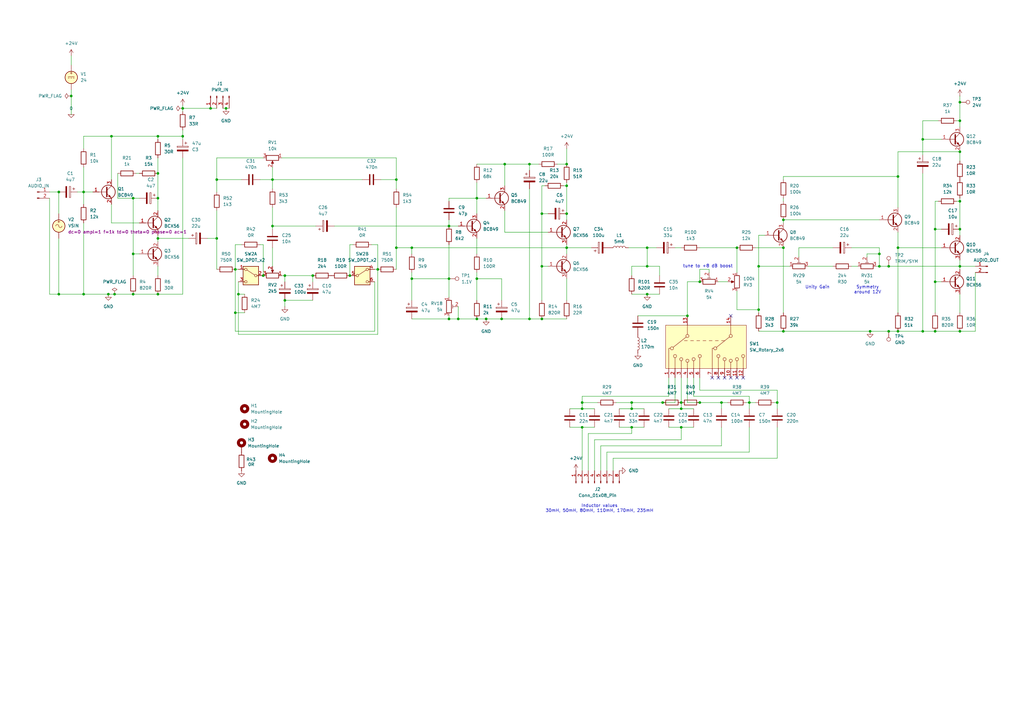
<source format=kicad_sch>
(kicad_sch (version 20250114) (generator "eeschema") (generator_version "9.0")
  (paper "A3")
  (title_block (title "Siemens W295b") (date "2025-08-17") (rev "01") (company "Greybox Audio"))
  (text "Symmetry\naround 12V" (exclude_from_sim yes) (at 355.854 118.872 0) (effects (font (size 1.27 1.27))))
  (text "Inductor values\n30mH, 50mH, 80mH, 110mH, 170mH, 235mH\n" (at 245.872 208.534 0) (effects (font (size 1.27 1.27))))
  (text "Unity Gain" (exclude_from_sim yes) (at 335.28 117.856 0) (effects (font (size 1.27 1.27))))
  (text "tune to +8 dB boost" (exclude_from_sim yes) (at 290.322 109.22 0) (effects (font (size 1.27 1.27))))
  (junction (at 74.93 44.45))
  (junction (at 238.76 167.64))
  (junction (at 393.7 109.22))
  (junction (at 368.3 101.6))
  (junction (at 45.72 55.88))
  (junction (at 279.4 165.1))
  (junction (at 222.25 109.22))
  (junction (at 34.29 78.74))
  (junction (at 74.93 55.88))
  (junction (at 154.94 110.49))
  (junction (at 24.13 120.65))
  (junction (at 64.77 97.79))
  (junction (at 321.31 101.6))
  (junction (at 162.56 101.6))
  (junction (at 64.77 120.65))
  (junction (at 207.01 67.31))
  (junction (at 259.08 165.1))
  (junction (at 222.25 87.63))
  (junction (at 205.74 130.81))
  (junction (at 96.52 110.49))
  (junction (at 116.84 123.19))
  (junction (at 54.61 81.28))
  (junction (at 111.76 92.71))
  (junction (at 184.15 130.81))
  (junction (at 393.7 135.89))
  (junction (at 356.87 135.89))
  (junction (at 184.15 114.3))
  (junction (at 195.58 130.81))
  (junction (at 199.39 130.81))
  (junction (at 232.41 101.6))
  (junction (at 184.15 92.71))
  (junction (at 143.51 113.03))
  (junction (at 393.7 62.23))
  (junction (at 393.7 41.91))
  (junction (at 64.77 81.28))
  (junction (at 217.17 130.81))
  (junction (at 287.02 165.1))
  (junction (at 259.08 167.64))
  (junction (at 232.41 87.63))
  (junction (at 364.49 109.22))
  (junction (at 128.27 113.03))
  (junction (at 24.13 78.74))
  (junction (at 195.58 114.3))
  (junction (at 222.25 130.81))
  (junction (at 34.29 120.65))
  (junction (at 265.43 101.6))
  (junction (at 88.9 97.79))
  (junction (at 162.56 73.66))
  (junction (at 321.31 135.89))
  (junction (at 107.95 113.03))
  (junction (at 195.58 81.28))
  (junction (at 311.15 127))
  (junction (at 64.77 71.12))
  (junction (at 393.7 49.53))
  (junction (at 168.91 114.3))
  (junction (at 217.17 67.31))
  (junction (at 116.84 113.03))
  (junction (at 44.45 120.65))
  (junction (at 238.76 175.26))
  (junction (at 54.61 104.14))
  (junction (at 302.26 101.6))
  (junction (at 360.68 109.22))
  (junction (at 54.61 120.65))
  (junction (at 383.54 93.98))
  (junction (at 279.4 175.26))
  (junction (at 378.46 135.89))
  (junction (at 29.21 39.37))
  (junction (at 368.3 72.39))
  (junction (at 259.08 175.26))
  (junction (at 368.3 135.89))
  (junction (at 97.79 120.65))
  (junction (at 265.43 120.65))
  (junction (at 96.52 128.27))
  (junction (at 265.43 109.22))
  (junction (at 88.9 73.66))
  (junction (at 393.7 93.98))
  (junction (at 295.91 165.1))
  (junction (at 92.71 44.45))
  (junction (at 383.54 115.57))
  (junction (at 393.7 82.55))
  (junction (at 287.02 115.57))
  (junction (at 232.41 67.31))
  (junction (at 281.94 129.54))
  (junction (at 383.54 135.89))
  (junction (at 360.68 104.14))
  (junction (at 232.41 76.2))
  (junction (at 307.34 165.1))
  (junction (at 364.49 135.89))
  (junction (at 318.77 165.1))
  (junction (at 168.91 101.6))
  (junction (at 321.31 90.17))
  (junction (at 64.77 55.88))
  (junction (at 238.76 165.1))
  (junction (at 378.46 57.15))
  (junction (at 111.76 73.66))
  (junction (at 311.15 109.22))
  (junction (at 86.36 44.45))
  (junction (at 46.99 120.65))
  (junction (at 187.96 130.81))
  (junction (at 279.4 167.64))
  (junction (at 271.78 165.1))
  (no_connect (at 299.72 154.94))
  (no_connect (at 304.8 154.94))
  (no_connect (at 302.26 154.94))
  (no_connect (at 294.64 154.94))
  (no_connect (at 292.1 154.94))
  (no_connect (at 299.72 129.54))
  (no_connect (at 297.18 154.94))
  (wire (pts (xy 168.91 101.6) (xy 232.41 101.6)))
  (wire (pts (xy 111.76 92.71) (xy 111.76 93.98)))
  (wire (pts (xy 378.46 71.12) (xy 378.46 135.89)))
  (wire (pts (xy 311.15 109.22) (xy 311.15 127)))
  (wire (pts (xy 400.05 111.76) (xy 400.05 135.89)))
  (wire (pts (xy 143.51 100.33) (xy 143.51 113.03)))
  (wire (pts (xy 207.01 95.25) (xy 207.01 86.36)))
  (wire (pts (xy 309.88 101.6) (xy 321.31 101.6)))
  (wire (pts (xy 48.26 71.12) (xy 48.26 81.28)))
  (wire (pts (xy 34.29 78.74) (xy 38.1 78.74)))
  (wire (pts (xy 290.83 111.76) (xy 290.83 110.49)))
  (wire (pts (xy 205.74 114.3) (xy 195.58 114.3)))
  (wire (pts (xy 228.6 67.31) (xy 232.41 67.31)))
  (wire (pts (xy 233.68 167.64) (xy 238.76 167.64)))
  (wire (pts (xy 281.94 115.57) (xy 281.94 129.54)))
  (wire (pts (xy 184.15 92.71) (xy 187.96 92.71)))
  (wire (pts (xy 393.7 49.53) (xy 392.43 49.53)))
  (wire (pts (xy 97.79 110.49) (xy 96.52 110.49)))
  (wire (pts (xy 302.26 101.6) (xy 302.26 111.76)))
  (wire (pts (xy 137.16 92.71) (xy 184.15 92.71)))
  (wire (pts (xy 187.96 125.73) (xy 187.96 130.81)))
  (wire (pts (xy 64.77 109.22) (xy 64.77 113.03)))
  (wire (pts (xy 85.09 97.79) (xy 88.9 97.79)))
  (wire (pts (xy 222.25 76.2) (xy 222.25 87.63)))
  (wire (pts (xy 29.21 36.83) (xy 29.21 39.37)))
  (wire (pts (xy 368.3 135.89) (xy 378.46 135.89)))
  (wire (pts (xy 386.08 115.57) (xy 383.54 115.57)))
  (wire (pts (xy 57.15 71.12) (xy 55.88 71.12)))
  (wire (pts (xy 187.96 130.81) (xy 195.58 130.81)))
  (wire (pts (xy 195.58 97.79) (xy 195.58 104.14)))
  (wire (pts (xy 64.77 71.12) (xy 64.77 81.28)))
  (wire (pts (xy 307.34 162.56) (xy 307.34 165.1)))
  (wire (pts (xy 368.3 62.23) (xy 368.3 72.39)))
  (wire (pts (xy 96.52 128.27) (xy 96.52 110.49)))
  (wire (pts (xy 116.84 123.19) (xy 128.27 123.19)))
  (wire (pts (xy 287.02 165.1) (xy 295.91 165.1)))
  (wire (pts (xy 152.4 100.33) (xy 154.94 100.33)))
  (wire (pts (xy 393.7 106.68) (xy 393.7 109.22)))
  (wire (pts (xy 306.07 165.1) (xy 307.34 165.1)))
  (wire (pts (xy 24.13 97.79) (xy 24.13 120.65)))
  (wire (pts (xy 107.95 100.33) (xy 107.95 113.03)))
  (wire (pts (xy 284.48 154.94) (xy 284.48 162.56)))
  (wire (pts (xy 393.7 93.98) (xy 393.7 96.52)))
  (wire (pts (xy 331.47 109.22) (xy 341.63 109.22)))
  (wire (pts (xy 34.29 78.74) (xy 34.29 83.82)))
  (wire (pts (xy 24.13 120.65) (xy 34.29 120.65)))
  (wire (pts (xy 97.79 137.16) (xy 154.94 137.16)))
  (wire (pts (xy 111.76 101.6) (xy 111.76 109.22)))
  (wire (pts (xy 274.32 154.94) (xy 274.32 162.56)))
  (wire (pts (xy 184.15 129.54) (xy 184.15 130.81)))
  (wire (pts (xy 86.36 44.45) (xy 88.9 44.45)))
  (wire (pts (xy 355.6 104.14) (xy 360.68 104.14)))
  (wire (pts (xy 207.01 76.2) (xy 207.01 67.31)))
  (wire (pts (xy 88.9 110.49) (xy 88.9 97.79)))
  (wire (pts (xy 205.74 123.19) (xy 205.74 114.3)))
  (wire (pts (xy 195.58 74.93) (xy 195.58 81.28)))
  (wire (pts (xy 34.29 91.44) (xy 34.29 120.65)))
  (wire (pts (xy 223.52 76.2) (xy 222.25 76.2)))
  (wire (pts (xy 54.61 81.28) (xy 54.61 104.14)))
  (wire (pts (xy 162.56 64.77) (xy 162.56 73.66)))
  (wire (pts (xy 287.02 101.6) (xy 302.26 101.6)))
  (wire (pts (xy 378.46 135.89) (xy 383.54 135.89)))
  (wire (pts (xy 284.48 162.56) (xy 307.34 162.56)))
  (wire (pts (xy 364.49 135.89) (xy 368.3 135.89)))
  (wire (pts (xy 327.66 101.6) (xy 327.66 105.41)))
  (wire (pts (xy 74.93 53.34) (xy 74.93 55.88)))
  (wire (pts (xy 64.77 57.15) (xy 64.77 55.88)))
  (wire (pts (xy 45.72 73.66) (xy 45.72 55.88)))
  (wire (pts (xy 106.68 73.66) (xy 111.76 73.66)))
  (wire (pts (xy 128.27 113.03) (xy 128.27 115.57)))
  (wire (pts (xy 184.15 90.17) (xy 184.15 92.71)))
  (wire (pts (xy 360.68 109.22) (xy 359.41 109.22)))
  (wire (pts (xy 222.25 87.63) (xy 224.79 87.63)))
  (wire (pts (xy 360.68 101.6) (xy 360.68 104.14)))
  (wire (pts (xy 57.15 91.44) (xy 45.72 91.44)))
  (wire (pts (xy 168.91 114.3) (xy 184.15 114.3)))
  (wire (pts (xy 153.67 135.89) (xy 96.52 135.89)))
  (wire (pts (xy 184.15 100.33) (xy 184.15 114.3)))
  (wire (pts (xy 231.14 76.2) (xy 232.41 76.2)))
  (wire (pts (xy 274.32 175.26) (xy 279.4 175.26)))
  (wire (pts (xy 238.76 167.64) (xy 243.84 167.64)))
  (wire (pts (xy 232.41 87.63) (xy 232.41 90.17)))
  (wire (pts (xy 276.86 101.6) (xy 279.4 101.6)))
  (wire (pts (xy 115.57 64.77) (xy 162.56 64.77)))
  (wire (pts (xy 64.77 96.52) (xy 64.77 97.79)))
  (wire (pts (xy 290.83 110.49) (xy 287.02 110.49)))
  (wire (pts (xy 232.41 100.33) (xy 232.41 101.6)))
  (wire (pts (xy 368.3 62.23) (xy 393.7 62.23)))
  (wire (pts (xy 222.25 109.22) (xy 222.25 123.19)))
  (wire (pts (xy 232.41 114.3) (xy 232.41 123.19)))
  (wire (pts (xy 321.31 135.89) (xy 356.87 135.89)))
  (wire (pts (xy 383.54 82.55) (xy 383.54 93.98)))
  (wire (pts (xy 393.7 81.28) (xy 393.7 82.55)))
  (wire (pts (xy 162.56 101.6) (xy 162.56 110.49)))
  (wire (pts (xy 195.58 130.81) (xy 199.39 130.81)))
  (wire (pts (xy 34.29 120.65) (xy 44.45 120.65)))
  (wire (pts (xy 96.52 128.27) (xy 100.33 128.27)))
  (wire (pts (xy 259.08 113.03) (xy 259.08 109.22)))
  (wire (pts (xy 279.4 175.26) (xy 284.48 175.26)))
  (wire (pts (xy 168.91 111.76) (xy 168.91 114.3)))
  (wire (pts (xy 107.95 64.77) (xy 88.9 64.77)))
  (wire (pts (xy 64.77 97.79) (xy 64.77 99.06)))
  (wire (pts (xy 311.15 135.89) (xy 321.31 135.89)))
  (wire (pts (xy 162.56 85.09) (xy 162.56 101.6)))
  (wire (pts (xy 349.25 109.22) (xy 351.79 109.22)))
  (wire (pts (xy 20.32 78.74) (xy 24.13 78.74)))
  (wire (pts (xy 383.54 135.89) (xy 393.7 135.89)))
  (wire (pts (xy 295.91 165.1) (xy 295.91 167.64)))
  (wire (pts (xy 271.78 165.1) (xy 259.08 165.1)))
  (wire (pts (xy 259.08 167.64) (xy 264.16 167.64)))
  (wire (pts (xy 341.63 101.6) (xy 327.66 101.6)))
  (wire (pts (xy 184.15 114.3) (xy 184.15 121.92)))
  (wire (pts (xy 274.32 162.56) (xy 238.76 162.56)))
  (wire (pts (xy 224.79 95.25) (xy 207.01 95.25)))
  (wire (pts (xy 24.13 78.74) (xy 24.13 87.63)))
  (wire (pts (xy 45.72 55.88) (xy 64.77 55.88)))
  (wire (pts (xy 307.34 165.1) (xy 307.34 167.64)))
  (wire (pts (xy 97.79 120.65) (xy 100.33 120.65)))
  (wire (pts (xy 184.15 82.55) (xy 184.15 81.28)))
  (wire (pts (xy 74.93 120.65) (xy 64.77 120.65)))
  (wire (pts (xy 281.94 115.57) (xy 287.02 115.57)))
  (wire (pts (xy 238.76 162.56) (xy 238.76 165.1)))
  (wire (pts (xy 184.15 81.28) (xy 195.58 81.28)))
  (wire (pts (xy 311.15 96.52) (xy 313.69 96.52)))
  (wire (pts (xy 34.29 68.58) (xy 34.29 78.74)))
  (wire (pts (xy 276.86 154.94) (xy 276.86 165.1)))
  (wire (pts (xy 91.44 44.45) (xy 92.71 44.45)))
  (wire (pts (xy 64.77 81.28) (xy 64.77 86.36)))
  (wire (pts (xy 393.7 41.91) (xy 393.7 49.53)))
  (wire (pts (xy 34.29 55.88) (xy 34.29 60.96)))
  (wire (pts (xy 392.43 82.55) (xy 393.7 82.55)))
  (wire (pts (xy 265.43 101.6) (xy 269.24 101.6)))
  (wire (pts (xy 252.73 165.1) (xy 259.08 165.1)))
  (wire (pts (xy 276.86 165.1) (xy 271.78 165.1)))
  (wire (pts (xy 111.76 73.66) (xy 148.59 73.66)))
  (wire (pts (xy 74.93 55.88) (xy 74.93 57.15)))
  (wire (pts (xy 259.08 175.26) (xy 264.16 175.26)))
  (wire (pts (xy 241.3 193.04) (xy 241.3 177.8)))
  (wire (pts (xy 29.21 26.67) (xy 29.21 22.86)))
  (wire (pts (xy 321.31 72.39) (xy 321.31 73.66)))
  (wire (pts (xy 368.3 72.39) (xy 321.31 72.39)))
  (wire (pts (xy 199.39 130.81) (xy 205.74 130.81)))
  (wire (pts (xy 116.84 125.73) (xy 116.84 123.19)))
  (wire (pts (xy 34.29 55.88) (xy 45.72 55.88)))
  (wire (pts (xy 261.62 129.54) (xy 281.94 129.54)))
  (wire (pts (xy 383.54 93.98) (xy 383.54 115.57)))
  (wire (pts (xy 383.54 115.57) (xy 383.54 128.27)))
  (wire (pts (xy 295.91 182.88) (xy 295.91 175.26)))
  (wire (pts (xy 270.51 109.22) (xy 270.51 113.03)))
  (wire (pts (xy 232.41 76.2) (xy 232.41 87.63)))
  (wire (pts (xy 154.94 137.16) (xy 154.94 110.49)))
  (wire (pts (xy 195.58 81.28) (xy 195.58 87.63)))
  (wire (pts (xy 232.41 74.93) (xy 232.41 76.2)))
  (wire (pts (xy 246.38 182.88) (xy 295.91 182.88)))
  (wire (pts (xy 54.61 120.65) (xy 64.77 120.65)))
  (wire (pts (xy 184.15 130.81) (xy 187.96 130.81)))
  (wire (pts (xy 46.99 120.65) (xy 54.61 120.65)))
  (wire (pts (xy 393.7 52.07) (xy 393.7 49.53)))
  (wire (pts (xy 279.4 180.34) (xy 279.4 175.26)))
  (wire (pts (xy 195.58 114.3) (xy 195.58 123.19)))
  (wire (pts (xy 106.68 100.33) (xy 107.95 100.33)))
  (wire (pts (xy 168.91 101.6) (xy 162.56 101.6)))
  (wire (pts (xy 238.76 175.26) (xy 243.84 175.26)))
  (wire (pts (xy 295.91 165.1) (xy 298.45 165.1)))
  (wire (pts (xy 232.41 60.96) (xy 232.41 67.31)))
  (wire (pts (xy 317.5 165.1) (xy 318.77 165.1)))
  (wire (pts (xy 349.25 101.6) (xy 360.68 101.6)))
  (wire (pts (xy 368.3 85.09) (xy 368.3 72.39)))
  (wire (pts (xy 364.49 109.22) (xy 393.7 109.22)))
  (wire (pts (xy 279.4 167.64) (xy 284.48 167.64)))
  (wire (pts (xy 74.93 64.77) (xy 74.93 120.65)))
  (wire (pts (xy 355.6 105.41) (xy 355.6 104.14)))
  (wire (pts (xy 265.43 101.6) (xy 265.43 109.22)))
  (wire (pts (xy 88.9 86.36) (xy 88.9 97.79)))
  (wire (pts (xy 116.84 115.57) (xy 116.84 113.03)))
  (wire (pts (xy 238.76 175.26) (xy 238.76 193.04)))
  (wire (pts (xy 217.17 67.31) (xy 220.98 67.31)))
  (wire (pts (xy 251.46 187.96) (xy 318.77 187.96)))
  (wire (pts (xy 111.76 85.09) (xy 111.76 92.71)))
  (wire (pts (xy 383.54 93.98) (xy 386.08 93.98)))
  (wire (pts (xy 294.64 115.57) (xy 298.45 115.57)))
  (wire (pts (xy 207.01 67.31) (xy 217.17 67.31)))
  (wire (pts (xy 259.08 165.1) (xy 259.08 167.64)))
  (wire (pts (xy 323.85 109.22) (xy 311.15 109.22)))
  (wire (pts (xy 243.84 193.04) (xy 243.84 180.34)))
  (wire (pts (xy 321.31 101.6) (xy 321.31 128.27)))
  (wire (pts (xy 168.91 130.81) (xy 184.15 130.81)))
  (wire (pts (xy 360.68 104.14) (xy 360.68 109.22)))
  (wire (pts (xy 96.52 100.33) (xy 96.52 110.49)))
  (wire (pts (xy 238.76 165.1) (xy 238.76 167.64)))
  (wire (pts (xy 386.08 57.15) (xy 378.46 57.15)))
  (wire (pts (xy 232.41 101.6) (xy 242.57 101.6)))
  (wire (pts (xy 205.74 130.81) (xy 217.17 130.81)))
  (wire (pts (xy 251.46 193.04) (xy 251.46 187.96)))
  (wire (pts (xy 57.15 104.14) (xy 54.61 104.14)))
  (wire (pts (xy 318.77 160.02) (xy 318.77 165.1)))
  (wire (pts (xy 217.17 130.81) (xy 222.25 130.81)))
  (wire (pts (xy 378.46 57.15) (xy 378.46 63.5)))
  (wire (pts (xy 153.67 115.57) (xy 153.67 135.89)))
  (wire (pts (xy 238.76 165.1) (xy 245.11 165.1)))
  (wire (pts (xy 281.94 165.1) (xy 287.02 165.1)))
  (wire (pts (xy 259.08 177.8) (xy 259.08 175.26)))
  (wire (pts (xy 393.7 39.37) (xy 393.7 41.91)))
  (wire (pts (xy 279.4 154.94) (xy 279.4 165.1)))
  (wire (pts (xy 88.9 64.77) (xy 88.9 73.66)))
  (wire (pts (xy 217.17 69.85) (xy 217.17 67.31)))
  (wire (pts (xy 111.76 68.58) (xy 111.76 73.66)))
  (wire (pts (xy 254 167.64) (xy 259.08 167.64)))
  (wire (pts (xy 99.06 73.66) (xy 88.9 73.66)))
  (wire (pts (xy 321.31 81.28) (xy 321.31 82.55)))
  (wire (pts (xy 111.76 77.47) (xy 111.76 73.66)))
  (wire (pts (xy 378.46 57.15) (xy 378.46 49.53)))
  (wire (pts (xy 195.58 81.28) (xy 199.39 81.28)))
  (wire (pts (xy 360.68 109.22) (xy 364.49 109.22)))
  (wire (pts (xy 400.05 135.89) (xy 393.7 135.89)))
  (wire (pts (xy 393.7 62.23) (xy 393.7 66.04)))
  (wire (pts (xy 318.77 187.96) (xy 318.77 175.26)))
  (wire (pts (xy 153.67 110.49) (xy 154.94 110.49)))
  (wire (pts (xy 156.21 73.66) (xy 162.56 73.66)))
  (wire (pts (xy 384.81 82.55) (xy 383.54 82.55)))
  (wire (pts (xy 287.02 154.94) (xy 287.02 160.02)))
  (wire (pts (xy 115.57 113.03) (xy 116.84 113.03)))
  (wire (pts (xy 257.81 101.6) (xy 265.43 101.6)))
  (wire (pts (xy 88.9 73.66) (xy 88.9 78.74)))
  (wire (pts (xy 265.43 109.22) (xy 270.51 109.22)))
  (wire (pts (xy 20.32 120.65) (xy 24.13 120.65)))
  (wire (pts (xy 92.71 44.45) (xy 93.98 44.45)))
  (wire (pts (xy 318.77 165.1) (xy 318.77 167.64)))
  (wire (pts (xy 154.94 100.33) (xy 154.94 110.49)))
  (wire (pts (xy 74.93 44.45) (xy 86.36 44.45)))
  (wire (pts (xy 393.7 120.65) (xy 393.7 128.27)))
  (wire (pts (xy 393.7 82.55) (xy 393.7 93.98)))
  (wire (pts (xy 248.92 193.04) (xy 248.92 185.42)))
  (wire (pts (xy 302.26 119.38) (xy 302.26 127)))
  (wire (pts (xy 195.58 67.31) (xy 207.01 67.31)))
  (wire (pts (xy 162.56 77.47) (xy 162.56 73.66)))
  (wire (pts (xy 57.15 81.28) (xy 54.61 81.28)))
  (wire (pts (xy 45.72 91.44) (xy 45.72 83.82)))
  (wire (pts (xy 144.78 100.33) (xy 143.51 100.33)))
  (wire (pts (xy 217.17 77.47) (xy 217.17 130.81)))
  (wire (pts (xy 393.7 109.22) (xy 400.05 109.22)))
  (wire (pts (xy 265.43 120.65) (xy 270.51 120.65)))
  (wire (pts (xy 99.06 100.33) (xy 96.52 100.33)))
  (wire (pts (xy 64.77 64.77) (xy 64.77 71.12)))
  (wire (pts (xy 195.58 111.76) (xy 195.58 114.3)))
  (wire (pts (xy 97.79 115.57) (xy 97.79 120.65)))
  (wire (pts (xy 356.87 135.89) (xy 364.49 135.89)))
  (wire (pts (xy 307.34 165.1) (xy 309.88 165.1)))
  (wire (pts (xy 222.25 130.81) (xy 232.41 130.81)))
  (wire (pts (xy 64.77 97.79) (xy 77.47 97.79)))
  (wire (pts (xy 279.4 165.1) (xy 279.4 167.64)))
  (wire (pts (xy 128.27 113.03) (xy 116.84 113.03)))
  (wire (pts (xy 74.93 43.18) (xy 74.93 44.45)))
  (wire (pts (xy 259.08 109.22) (xy 265.43 109.22)))
  (wire (pts (xy 281.94 154.94) (xy 281.94 165.1)))
  (wire (pts (xy 378.46 49.53) (xy 384.81 49.53)))
  (wire (pts (xy 96.52 135.89) (xy 96.52 128.27)))
  (wire (pts (xy 259.08 120.65) (xy 265.43 120.65)))
  (wire (pts (xy 311.15 127) (xy 311.15 128.27)))
  (wire (pts (xy 233.68 175.26) (xy 238.76 175.26)))
  (wire (pts (xy 311.15 96.52) (xy 311.15 109.22)))
  (wire (pts (xy 20.32 81.28) (xy 20.32 120.65)))
  (wire (pts (xy 97.79 120.65) (xy 97.79 137.16)))
  (wire (pts (xy 31.75 78.74) (xy 34.29 78.74)))
  (wire (pts (xy 368.3 95.25) (xy 368.3 101.6)))
  (wire (pts (xy 111.76 92.71) (xy 129.54 92.71)))
  (wire (pts (xy 241.3 177.8) (xy 259.08 177.8)))
  (wire (pts (xy 393.7 109.22) (xy 393.7 110.49)))
  (wire (pts (xy 368.3 101.6) (xy 386.08 101.6)))
  (wire (pts (xy 254 175.26) (xy 259.08 175.26)))
  (wire (pts (xy 368.3 101.6) (xy 368.3 128.27)))
  (wire (pts (xy 232.41 101.6) (xy 232.41 104.14)))
  (wire (pts (xy 307.34 185.42) (xy 307.34 175.26)))
  (wire (pts (xy 287.02 110.49) (xy 287.02 115.57)))
  (wire (pts (xy 54.61 104.14) (xy 54.61 113.03)))
  (wire (pts (xy 48.26 81.28) (xy 54.61 81.28)))
  (wire (pts (xy 274.32 167.64) (xy 279.4 167.64)))
  (wire (pts (xy 29.21 39.37) (xy 29.21 46.99)))
  (wire (pts (xy 224.79 109.22) (xy 222.25 109.22)))
  (wire (pts (xy 302.26 127) (xy 311.15 127)))
  (wire (pts (xy 44.45 120.65) (xy 46.99 120.65)))
  (wire (pts (xy 246.38 193.04) (xy 246.38 182.88)))
  (wire (pts (xy 321.31 90.17) (xy 360.68 90.17)))
  (wire (pts (xy 168.91 114.3) (xy 168.91 123.19)))
  (wire (pts (xy 222.25 87.63) (xy 222.25 109.22)))
  (wire (pts (xy 287.02 160.02) (xy 318.77 160.02)))
  (wire (pts (xy 168.91 101.6) (xy 168.91 104.14)))
  (wire (pts (xy 64.77 55.88) (xy 74.93 55.88)))
  (wire (pts (xy 74.93 44.45) (xy 74.93 45.72)))
  (wire (pts (xy 248.92 185.42) (xy 307.34 185.42)))
  (wire (pts (xy 243.84 180.34) (xy 279.4 180.34)))
  (wire (pts (xy 321.31 90.17) (xy 321.31 91.44)))
  (symbol (lib_id "Device:R") (at 102.87 100.33 90) (unit 1) (in_bom no) (on_board no)
    (property "Reference" "R42" (at 102.87 93.98 90))
    (property "Value" "0R" (at 102.87 96.52 90))
    (property "Footprint" "Resistor_THT:R_Axial_DIN0207_L6.3mm_D2.5mm_P7.62mm_Horizontal" (effects (hide yes)))
    (property "Description" "Resistor" (effects (hide yes)))
  )
  (symbol (lib_id "Device:R") (at 99.06 189.23 0) (unit 1) (exclude_from_sim yes)
    (property "Reference" "R43" (at 104.902 188.468 0) (effects (justify right)))
    (property "Value" "0R" (at 104.394 190.5 0) (effects (justify right)))
    (property "Footprint" "Resistor_SMD:R_1206_3216Metric" (effects (hide yes)))
  )
  (symbol (lib_id "Device:C_Polarized") (at 81.28 97.79 90) (mirror x) (unit 1)
    (property "Reference" "C30" (at 80.391 90.17 90))
    (property "Value" "22u" (at 80.391 92.71 90))
    (property "Footprint" "Capacitor_THT:CP_Radial_D5.0mm_P2.50mm" (effects (hide yes)))
    (property "Description" "Polarized capacitor" (effects (hide yes)))
  )
  (symbol (lib_id "Simulation_SPICE:VSIN") (at 24.13 92.71 0) (unit 1) (in_bom no) (on_board no)
    (property "Reference" "V2" (at 27.94 90.0401 0) (effects (justify left)))
    (property "Value" "VSIN" (at 27.94 92.5801 0) (effects (justify left)))
    (property "Datasheet" "https://ngspice.sourceforge.io/docs/ngspice-html-manual/manual.xhtml#sec_Independent_Sources_for" (effects (hide yes)))
    (property "Description" "Voltage source, sinusoidal" (effects (hide yes)))
    (property "Sim.Pins" "1=+ 2=-" (effects (hide yes)))
    (property "Sim.Params" "dc=0 ampl=1 f=1k td=0 theta=0 phase=0 ac=1" (at 27.94 95.1201 0) (effects (justify left)))
    (property "Sim.Type" "SIN" (effects (hide yes)))
    (property "Sim.Device" "V" (effects (hide yes)))
  )
  (symbol (lib_id "Device:C_Polarized") (at 205.74 127 0) (unit 1)
    (property "Reference" "C5" (at 209.55 124.8409 0) (effects (justify left)))
    (property "Value" "47u" (at 209.55 127.3809 0) (effects (justify left)))
    (property "Footprint" "Capacitor_THT:CP_Radial_D7.5mm_P2.50mm" (effects (hide yes)))
    (property "Description" "Polarized capacitor" (effects (hide yes)))
  )
  (symbol (lib_id "Device:R") (at 259.08 116.84 0) (unit 1)
    (property "Reference" "R101" (at 261.62 115.5699 0) (effects (justify left)))
    (property "Value" "620R" (at 261.62 118.1099 0) (effects (justify left)))
    (property "Footprint" "Resistor_SMD:R_1206_3216Metric_Pad1.30x1.75mm_HandSolder" (effects (hide yes)))
    (property "Description" "Resistor" (effects (hide yes)))
  )
  (symbol (lib_id "Device:R") (at 368.3 132.08 180) (unit 1)
    (property "Reference" "R32" (at 370.84 130.8099 0) (effects (justify right)))
    (property "Value" "51k" (at 370.84 133.3499 0) (effects (justify right)))
    (property "Footprint" "Resistor_SMD:R_1206_3216Metric_Pad1.30x1.75mm_HandSolder" (effects (hide yes)))
    (property "Description" "Resistor" (effects (hide yes)))
  )
  (symbol (lib_id "Device:R") (at 232.41 71.12 180) (unit 1)
    (property "Reference" "R15" (at 234.95 69.8499 0) (effects (justify right)))
    (property "Value" "51R" (at 234.95 72.3899 0) (effects (justify right)))
    (property "Footprint" "Resistor_SMD:R_1206_3216Metric_Pad1.30x1.75mm_HandSolder" (effects (hide yes)))
    (property "Description" "Resistor" (effects (hide yes)))
  )
  (symbol (lib_id "Transistor_BJT:BCX56") (at 229.87 95.25 0) (unit 1)
    (property "Reference" "Q7" (at 234.95 93.9799 0) (effects (justify left)))
    (property "Value" "BCX56" (at 234.95 96.5199 0) (effects (justify left)))
    (property "Footprint" "Package_TO_SOT_SMD:SOT-89-3" (effects (hide yes)))
    (property "Datasheet" "https://www.nxp.com/docs/en/data-sheet/BCP56_BCX56_BC56PA.pdf" (effects (hide yes)))
    (property "Description" "1A Ic, 80V Vce, NPN Medium Power Transistor, SOT-89" (effects (hide yes)))
    (property "Sim.Device" "NPN" (effects (hide yes)))
    (property "Sim.Type" "VBIC" (effects (hide yes)))
    (property "Sim.Pins" "1=B 2=C 3=E" (effects (hide yes)))
  )
  (symbol (lib_id "Device:C") (at 318.77 171.45 0) (unit 1) (exclude_from_sim yes)
    (property "Reference" "C20" (at 322.58 170.1799 0) (effects (justify left)))
    (property "Value" "220n" (at 322.58 172.7199 0) (effects (justify left)))
    (property "Footprint" "Capacitor_THT:C_Rect_L10.0mm_W4.0mm_P7.50mm_MKS4" (effects (hide yes)))
    (property "Description" "Unpolarized capacitor" (effects (hide yes)))
  )
  (symbol (lib_id "Device:R") (at 88.9 82.55 180) (unit 1)
    (property "Reference" "R52" (at 91.44 81.2799 0) (effects (justify right)))
    (property "Value" "1k3" (at 91.44 83.8199 0) (effects (justify right)))
    (property "Footprint" "Resistor_SMD:R_1206_3216Metric_Pad1.30x1.75mm_HandSolder" (effects (hide yes)))
    (property "Description" "Resistor" (effects (hide yes)))
  )
  (symbol (lib_id "Device:R_Potentiometer_Trim") (at 184.15 125.73 0) (unit 1)
    (property "Reference" "RV18" (at 181.61 124.4599 0) (effects (justify right)))
    (property "Value" "5k" (at 181.61 126.9999 0) (effects (justify right)))
    (property "Footprint" "Potentiometer_THT:Potentiometer_ACP_CA6-H2,5_Horizontal" (effects (hide yes)))
    (property "Description" "Trim-potentiometer" (effects (hide yes)))
    (property "Sim.Device" "R" (effects (hide yes)))
    (property "Sim.Pins" "1=r0 2=wiper 3=r1" (effects (hide yes)))
    (property "Sim.Params" "pos=0.087" (effects (hide yes)))
    (property "Sim.Type" "POT" (effects (hide yes)))
  )
  (symbol (lib_id "Device:R_Potentiometer") (at 302.26 115.57 0) (mirror y) (unit 1)
    (property "Reference" "RV3" (at 304.8 116.8401 0) (effects (justify right)))
    (property "Value" "100k" (at 304.8 114.3001 0) (effects (justify right)))
    (property "Footprint" "Connector_PinHeader_2.54mm:PinHeader_1x03_P2.54mm_Vertical" (effects (hide yes)))
    (property "Description" "Potentiometer" (effects (hide yes)))
    (property "Sim.Device" "R" (effects (hide yes)))
    (property "Sim.Type" "POT" (effects (hide yes)))
    (property "Sim.Pins" "1=r0 2=wiper 3=r1" (effects (hide yes)))
    (property "Sim.Params" "r=100k pos=0.5" (effects (hide yes)))
  )
  (symbol (lib_id "Switch:SW_DPDT_x2") (at 148.59 113.03 0) (unit 2) (exclude_from_sim yes)
    (property "Reference" "SW2" (at 148.59 104.14 0))
    (property "Value" "SW_DPDT_x2" (at 148.59 106.68 0))
    (property "Footprint" "Connector_PinHeader_2.54mm:PinHeader_2x03_P2.54mm_Vertical" (effects (hide yes)))
    (property "Description" "Switch, dual pole double throw, separate symbols" (effects (hide yes)))
  )
  (symbol (lib_id "power:GND") (at 199.39 130.81 0) (unit 1)
    (property "Reference" "#PWR06" (effects (hide yes)))
    (property "Value" "GND" (at 199.39 135.89 0))
    (property "Description" "Power symbol creates a global label with name \"GND\" , ground" (effects (hide yes)))
  )
  (symbol (lib_id "Device:R_Potentiometer_Trim") (at 355.6 109.22 90) (unit 1)
    (property "Reference" "RV31" (at 355.6 113.03 90))
    (property "Value" "5k" (at 355.6 115.57 90))
    (property "Footprint" "Potentiometer_THT:Potentiometer_ACP_CA6-H2,5_Horizontal" (effects (hide yes)))
    (property "Description" "Trim-potentiometer" (effects (hide yes)))
    (property "Sim.Device" "R" (effects (hide yes)))
    (property "Sim.Pins" "1=r0 2=wiper 3=r1" (effects (hide yes)))
    (property "Sim.Params" "r=5k pos=0.07" (effects (hide yes)))
    (property "Sim.Type" "POT" (effects (hide yes)))
  )
  (symbol (lib_id "power:GND") (at 254 193.04 90) (unit 1) (exclude_from_sim yes)
    (property "Reference" "#PWR03" (effects (hide yes)))
    (property "Value" "GND" (at 257.81 193.0399 90) (effects (justify right)))
    (property "Description" "Power symbol creates a global label with name \"GND\" , ground" (effects (hide yes)))
  )
  (symbol (lib_id "Device:R") (at 54.61 116.84 180) (unit 1)
    (property "Reference" "R4" (at 57.15 115.5699 0) (effects (justify right)))
    (property "Value" "820R" (at 57.15 118.1099 0) (effects (justify right)))
    (property "Footprint" "Resistor_SMD:R_1206_3216Metric_Pad1.30x1.75mm_HandSolder" (effects (hide yes)))
    (property "Description" "Resistor" (effects (hide yes)))
  )
  (symbol (lib_id "Device:R") (at 195.58 107.95 180) (unit 1)
    (property "Reference" "R10" (at 198.12 106.6799 0) (effects (justify right)))
    (property "Value" "100R" (at 198.12 109.2199 0) (effects (justify right)))
    (property "Footprint" "Resistor_SMD:R_1206_3216Metric_Pad1.30x1.75mm_HandSolder" (effects (hide yes)))
    (property "Description" "Resistor" (effects (hide yes)))
  )
  (symbol (lib_id "Device:C") (at 284.48 171.45 0) (unit 1) (exclude_from_sim yes)
    (property "Reference" "C13" (at 288.29 170.1799 0) (effects (justify left)))
    (property "Value" "47n" (at 288.29 172.7199 0) (effects (justify left)))
    (property "Footprint" "Capacitor_THT:C_Rect_L10.0mm_W4.0mm_P7.50mm_MKS4" (effects (hide yes)))
    (property "Description" "Unpolarized capacitor" (effects (hide yes)))
  )
  (symbol (lib_id "Mechanical:MountingHole_Pad") (at 99.06 182.88 0) (unit 1) (exclude_from_sim yes) (in_bom no)
    (property "Reference" "H3" (at 101.6 180.3399 0) (effects (justify left)))
    (property "Value" "MountingHole" (at 101.6 182.8799 0) (effects (justify left)))
    (property "Footprint" "MountingHole:MountingHole_3.2mm_M3_DIN965_Pad" (effects (hide yes)))
    (property "Description" "Mounting Hole with connection" (effects (hide yes)))
  )
  (symbol (lib_id "Transistor_BJT:BCX56") (at 391.16 101.6 0) (unit 1)
    (property "Reference" "Q10" (at 396.24 100.3299 0) (effects (justify left)))
    (property "Value" "BCX56" (at 396.24 102.8699 0) (effects (justify left)))
    (property "Footprint" "Package_TO_SOT_SMD:SOT-89-3" (effects (hide yes)))
    (property "Datasheet" "https://www.nxp.com/docs/en/data-sheet/BCP56_BCX56_BC56PA.pdf" (effects (hide yes)))
    (property "Description" "1A Ic, 80V Vce, NPN Medium Power Transistor, SOT-89" (effects (hide yes)))
    (property "Sim.Device" "NPN" (effects (hide yes)))
    (property "Sim.Type" "VBIC" (effects (hide yes)))
    (property "Sim.Pins" "1=B 2=C 3=E" (effects (hide yes)))
  )
  (symbol (lib_id "power:PWR_FLAG") (at 46.99 120.65 0) (unit 1)
    (property "Reference" "#FLG02" (effects (hide yes)))
    (property "Value" "PWR_FLAG" (at 46.99 115.57 0))
    (property "Description" "Special symbol for telling ERC where power comes from" (effects (hide yes)))
  )
  (symbol (lib_id "Device:C") (at 307.34 171.45 0) (unit 1) (exclude_from_sim yes)
    (property "Reference" "C7" (at 311.15 170.1799 0) (effects (justify left)))
    (property "Value" "150n" (at 311.15 172.7199 0) (effects (justify left)))
    (property "Footprint" "Capacitor_THT:C_Rect_L10.0mm_W4.0mm_P7.50mm_MKS4" (effects (hide yes)))
    (property "Description" "Unpolarized capacitor" (effects (hide yes)))
  )
  (symbol (lib_id "Device:R") (at 321.31 86.36 180) (unit 1)
    (property "Reference" "R26" (at 323.85 85.0899 0) (effects (justify right)))
    (property "Value" "100k" (at 323.85 87.6299 0) (effects (justify right)))
    (property "Footprint" "Resistor_SMD:R_1206_3216Metric_Pad1.30x1.75mm_HandSolder" (effects (hide yes)))
    (property "Description" "Resistor" (effects (hide yes)))
  )
  (symbol (lib_id "Connector:Conn_01x02_Pin") (at 15.24 78.74 0) (unit 1) (exclude_from_sim yes)
    (property "Reference" "J3" (at 15.875 73.66 0))
    (property "Value" "AUDIO_IN" (at 15.875 76.2 0))
    (property "Footprint" "Connector_PinHeader_2.54mm:PinHeader_1x02_P2.54mm_Vertical" (effects (hide yes)))
    (property "Description" "Generic connector, single row, 01x02, script generated" (effects (hide yes)))
  )
  (symbol (lib_name "GND_1") (lib_id "power:GND") (at 99.06 193.04 0) (unit 1) (exclude_from_sim yes)
    (property "Reference" "#PWR023" (effects (hide yes)))
    (property "Value" "GND" (at 99.06 198.12 0))
    (property "Description" "Power symbol creates a global label with name \"GND\" , ground" (effects (hide yes)))
  )
  (symbol (lib_id "Device:R") (at 74.93 49.53 180) (unit 1)
    (property "Reference" "R7" (at 77.47 48.2599 0) (effects (justify right)))
    (property "Value" "33R" (at 77.47 50.7999 0) (effects (justify right)))
    (property "Footprint" "Resistor_SMD:R_1206_3216Metric_Pad1.30x1.75mm_HandSolder" (effects (hide yes)))
    (property "Description" "Resistor" (effects (hide yes)))
  )
  (symbol (lib_id "Device:C_Polarized") (at 389.89 93.98 270) (unit 1)
    (property "Reference" "C17" (at 390.779 86.36 90))
    (property "Value" "10u" (at 390.779 88.9 90))
    (property "Footprint" "Capacitor_THT:CP_Radial_D5.0mm_P2.50mm" (effects (hide yes)))
    (property "Description" "Polarized capacitor" (effects (hide yes)))
  )
  (symbol (lib_id "Device:R") (at 224.79 67.31 270) (unit 1)
    (property "Reference" "R17" (at 224.79 60.96 90))
    (property "Value" "100R" (at 224.79 63.5 90))
    (property "Footprint" "Resistor_SMD:R_1206_3216Metric_Pad1.30x1.75mm_HandSolder" (effects (hide yes)))
    (property "Description" "Resistor" (effects (hide yes)))
  )
  (symbol (lib_id "Device:R") (at 34.29 64.77 0) (unit 1)
    (property "Reference" "R1" (at 36.83 63.4999 0) (effects (justify left)))
    (property "Value" "10k" (at 36.83 66.0399 0) (effects (justify left)))
    (property "Footprint" "Resistor_SMD:R_1206_3216Metric_Pad1.30x1.75mm_HandSolder" (effects (hide yes)))
    (property "Description" "Resistor" (effects (hide yes)))
  )
  (symbol (lib_id "Device:C") (at 270.51 116.84 0) (unit 1)
    (property "Reference" "C35" (at 274.32 115.5699 0) (effects (justify left)))
    (property "Value" "10n" (at 274.32 118.1099 0) (effects (justify left)))
    (property "Footprint" "Capacitor_THT:C_Rect_L10.0mm_W4.0mm_P7.50mm_MKS4" (effects (hide yes)))
    (property "Description" "Unpolarized capacitor" (effects (hide yes)))
  )
  (symbol (lib_id "Connector:TestPoint") (at 364.49 135.89 180) (unit 1) (exclude_from_sim yes) (in_bom no)
    (property "Reference" "TP4" (at 367.03 137.9219 0) (effects (justify right)))
    (property "Value" "GND" (at 367.03 140.4619 0) (effects (justify right)))
    (property "Footprint" "TestPoint:TestPoint_THTPad_1.0x1.0mm_Drill0.5mm" (effects (hide yes)))
    (property "Description" "test point" (effects (hide yes)))
  )
  (symbol (lib_id "Device:C") (at 274.32 171.45 180) (unit 1) (exclude_from_sim yes)
    (property "Reference" "C23" (at 278.13 170.1799 0) (effects (justify right)))
    (property "Value" "10n" (at 278.13 172.7199 0) (effects (justify right)))
    (property "Footprint" "Capacitor_THT:C_Rect_L10.0mm_W4.0mm_P7.50mm_MKS4" (effects (hide yes)))
    (property "Description" "Unpolarized capacitor" (effects (hide yes)))
  )
  (symbol (lib_id "Device:R") (at 388.62 49.53 270) (unit 1)
    (property "Reference" "R37" (at 388.62 43.18 90))
    (property "Value" "1k" (at 388.62 45.72 90))
    (property "Footprint" "Resistor_SMD:R_1206_3216Metric_Pad1.30x1.75mm_HandSolder" (effects (hide yes)))
    (property "Description" "Resistor" (effects (hide yes)))
  )
  (symbol (lib_id "Device:R") (at 100.33 124.46 180) (unit 1) (exclude_from_sim yes)
    (property "Reference" "R24" (at 102.87 123.1899 0) (effects (justify right)))
    (property "Value" "4M7" (at 102.87 125.7299 0) (effects (justify right)))
    (property "Footprint" "Resistor_SMD:R_1206_3216Metric_Pad1.30x1.75mm_HandSolder" (effects (hide yes)))
    (property "Description" "Resistor" (effects (hide yes)))
  )
  (symbol (lib_id "Device:C") (at 184.15 86.36 0) (unit 1)
    (property "Reference" "C9" (at 187.96 85.0899 0) (effects (justify left)))
    (property "Value" "47p" (at 187.96 87.6299 0) (effects (justify left)))
    (property "Footprint" "Capacitor_SMD:C_0805_2012Metric" (effects (hide yes)))
    (property "Description" "Unpolarized capacitor" (effects (hide yes)))
  )
  (symbol (lib_id "Device:C") (at 102.87 73.66 90) (unit 1)
    (property "Reference" "C31" (at 102.87 66.04 90))
    (property "Value" "470n" (at 102.87 68.58 90))
    (property "Footprint" "Capacitor_THT:C_Rect_L10.0mm_W4.0mm_P7.50mm_MKS4" (effects (hide yes)))
    (property "Description" "Unpolarized capacitor" (effects (hide yes)))
  )
  (symbol (lib_id "Device:R") (at 321.31 132.08 180) (unit 1)
    (property "Reference" "R27" (at 323.85 130.8099 0) (effects (justify right)))
    (property "Value" "39k" (at 323.85 133.3499 0) (effects (justify right)))
    (property "Footprint" "Resistor_SMD:R_1206_3216Metric_Pad1.30x1.75mm_HandSolder" (effects (hide yes)))
    (property "Description" "Resistor" (effects (hide yes)))
  )
  (symbol (lib_id "Connector:TestPoint") (at 184.15 114.3 270) (unit 1) (exclude_from_sim yes) (in_bom no)
    (property "Reference" "TP1" (at 189.23 113.0299 90) (effects (justify left)))
    (property "Value" "1.1V" (at 189.23 115.5699 90) (effects (justify left)))
    (property "Footprint" "TestPoint:TestPoint_THTPad_1.0x1.0mm_Drill0.5mm" (effects (hide yes)))
    (property "Description" "test point" (effects (hide yes)))
  )
  (symbol (lib_id "Mechanical:MountingHole") (at 100.33 173.99 0) (unit 1) (exclude_from_sim yes) (in_bom no)
    (property "Reference" "H2" (at 102.87 172.7199 0) (effects (justify left)))
    (property "Value" "MountingHole" (at 102.87 175.2599 0) (effects (justify left)))
    (property "Footprint" "MountingHole:MountingHole_3.2mm_M3_DIN965" (effects (hide yes)))
    (property "Description" "Mounting Hole without connection" (effects (hide yes)))
  )
  (symbol (lib_id "Transistor_BJT:BCX56") (at 62.23 91.44 0) (unit 1)
    (property "Reference" "Q2" (at 67.31 90.1699 0) (effects (justify left)))
    (property "Value" "BCX56" (at 67.31 92.7099 0) (effects (justify left)))
    (property "Footprint" "Package_TO_SOT_SMD:SOT-89-3" (effects (hide yes)))
    (property "Datasheet" "https://www.nxp.com/docs/en/data-sheet/BCP56_BCX56_BC56PA.pdf" (effects (hide yes)))
    (property "Description" "1A Ic, 80V Vce, NPN Medium Power Transistor, SOT-89" (effects (hide yes)))
    (property "Sim.Device" "NPN" (effects (hide yes)))
    (property "Sim.Type" "VBIC" (effects (hide yes)))
    (property "Sim.Pins" "1=B 2=C 3=E" (effects (hide yes)))
  )
  (symbol (lib_id "Connector:Conn_01x08_Pin") (at 243.84 198.12 90) (unit 1) (exclude_from_sim yes)
    (property "Reference" "J2" (at 245.11 200.66 90))
    (property "Value" "Conn_01x08_Pin" (at 245.11 203.2 90))
    (property "Footprint" "Connector_PinHeader_2.54mm:PinHeader_1x08_P2.54mm_Vertical" (effects (hide yes)))
    (property "Description" "Generic connector, single row, 01x08, script generated" (effects (hide yes)))
  )
  (symbol (lib_id "Device:C") (at 264.16 171.45 180) (unit 1) (exclude_from_sim yes)
    (property "Reference" "C22" (at 267.97 170.1799 0) (effects (justify right)))
    (property "Value" "4n7" (at 267.97 172.7199 0) (effects (justify right)))
    (property "Footprint" "Capacitor_THT:C_Rect_L7.2mm_W4.5mm_P5.00mm_FKS2_FKP2_MKS2_MKP2" (effects (hide yes)))
    (property "Description" "Unpolarized capacitor" (effects (hide yes)))
  )
  (symbol (lib_id "power:+24V") (at 393.7 39.37 0) (unit 1)
    (property "Reference" "#PWR010" (effects (hide yes)))
    (property "Value" "+24V" (at 393.7 34.29 0))
    (property "Description" "Power symbol creates a global label with name \"+24V\"" (effects (hide yes)))
  )
  (symbol (lib_id "Device:R") (at 302.26 165.1 270) (unit 1) (exclude_from_sim yes)
    (property "Reference" "R38" (at 302.26 158.75 90))
    (property "Value" "4M7" (at 302.26 161.29 90))
    (property "Footprint" "Resistor_SMD:R_1206_3216Metric_Pad1.30x1.75mm_HandSolder" (effects (hide yes)))
    (property "Description" "Resistor" (effects (hide yes)))
  )
  (symbol (lib_id "Connector:Conn_01x04_Pin") (at 88.9 39.37 90) (mirror x) (unit 1) (exclude_from_sim yes)
    (property "Reference" "J1" (at 90.17 34.29 90))
    (property "Value" "PWR_IN" (at 90.17 36.83 90))
    (property "Footprint" "Connector_PinHeader_2.54mm:PinHeader_1x04_P2.54mm_Vertical" (effects (hide yes)))
    (property "Description" "Generic connector, single row, 01x04, script generated" (effects (hide yes)))
  )
  (symbol (lib_id "Transistor_BJT:BC849") (at 365.76 90.17 0) (unit 1)
    (property "Reference" "Q9" (at 370.84 88.8999 0) (effects (justify left)))
    (property "Value" "BC849" (at 370.84 91.4399 0) (effects (justify left)))
    (property "Footprint" "Package_TO_SOT_SMD:SOT-23" (effects (hide yes)))
    (property "Datasheet" "http://www.infineon.com/dgdl/Infineon-BC847SERIES_BC848SERIES_BC849SERIES_BC850SERIES-DS-v01_01-en.pdf?fileId=db3a304314dca389011541d4630a1657" (effects (hide yes)))
    (property "Description" "0.1A Ic, 30V Vce, NPN Transistor, SOT-23" (effects (hide yes)))
    (property "Sim.Device" "NPN" (effects (hide yes)))
    (property "Sim.Type" "VBIC" (effects (hide yes)))
    (property "Sim.Pins" "1=B 2=E 3=C" (effects (hide yes)))
  )
  (symbol (lib_id "Device:L") (at 261.62 140.97 0) (unit 1) (in_bom no) (on_board no)
    (property "Reference" "L2" (at 262.89 139.6999 0) (effects (justify left)))
    (property "Value" "170m" (at 262.89 142.2399 0) (effects (justify left)))
    (property "Description" "Inductor" (effects (hide yes)))
  )
  (symbol (lib_id "Device:C") (at 295.91 171.45 0) (unit 1) (exclude_from_sim yes)
    (property "Reference" "C14" (at 299.72 170.1799 0) (effects (justify left)))
    (property "Value" "100n" (at 299.72 172.7199 0) (effects (justify left)))
    (property "Footprint" "Capacitor_THT:C_Rect_L10.0mm_W4.0mm_P7.50mm_MKS4" (effects (hide yes)))
    (property "Description" "Unpolarized capacitor" (effects (hide yes)))
  )
  (symbol (lib_id "Device:C_Polarized") (at 378.46 67.31 0) (unit 1)
    (property "Reference" "C18" (at 382.27 65.1509 0) (effects (justify left)))
    (property "Value" "22u" (at 382.27 67.6909 0) (effects (justify left)))
    (property "Footprint" "Capacitor_THT:CP_Radial_D5.0mm_P2.50mm" (effects (hide yes)))
    (property "Description" "Polarized capacitor" (effects (hide yes)))
  )
  (symbol (lib_id "Device:R") (at 168.91 107.95 180) (unit 1)
    (property "Reference" "R9" (at 171.45 106.6799 0) (effects (justify right)))
    (property "Value" "3k9" (at 171.45 109.2199 0) (effects (justify right)))
    (property "Footprint" "Resistor_SMD:R_1206_3216Metric_Pad1.30x1.75mm_HandSolder" (effects (hide yes)))
    (property "Description" "Resistor" (effects (hide yes)))
  )
  (symbol (lib_id "Device:R") (at 64.77 116.84 180) (unit 1)
    (property "Reference" "R6" (at 67.31 115.5699 0) (effects (justify right)))
    (property "Value" "30R" (at 67.31 118.1099 0) (effects (justify right)))
    (property "Footprint" "Resistor_SMD:R_1206_3216Metric_Pad1.30x1.75mm_HandSolder" (effects (hide yes)))
    (property "Description" "Resistor" (effects (hide yes)))
  )
  (symbol (lib_id "Device:C_Polarized") (at 345.44 101.6 270) (unit 1)
    (property "Reference" "C16" (at 346.329 93.98 90))
    (property "Value" "22u" (at 346.329 96.52 90))
    (property "Footprint" "Capacitor_THT:CP_Radial_D5.0mm_P2.50mm" (effects (hide yes)))
    (property "Description" "Polarized capacitor" (effects (hide yes)))
  )
  (symbol (lib_id "Mechanical:MountingHole") (at 100.33 167.64 0) (unit 1) (exclude_from_sim yes) (in_bom no)
    (property "Reference" "H1" (at 102.87 166.3699 0) (effects (justify left)))
    (property "Value" "MountingHole" (at 102.87 168.9099 0) (effects (justify left)))
    (property "Footprint" "MountingHole:MountingHole_3.2mm_M3_DIN965" (effects (hide yes)))
    (property "Description" "Mounting Hole without connection" (effects (hide yes)))
  )
  (symbol (lib_id "Device:C_Polarized") (at 74.93 60.96 0) (mirror y) (unit 1)
    (property "Reference" "C3" (at 78.74 61.3411 0) (effects (justify right)))
    (property "Value" "47u" (at 78.74 58.8011 0) (effects (justify right)))
    (property "Footprint" "Capacitor_THT:CP_Radial_D7.5mm_P2.50mm" (effects (hide yes)))
    (property "Description" "Polarized capacitor" (effects (hide yes)))
  )
  (symbol (lib_id "power:+24V") (at 74.93 43.18 0) (unit 1)
    (property "Reference" "#PWR02" (effects (hide yes)))
    (property "Value" "+24V" (at 74.93 38.1 0))
    (property "Description" "Power symbol creates a global label with name \"+24V\"" (effects (hide yes)))
  )
  (symbol (lib_id "Device:R") (at 34.29 87.63 0) (unit 1)
    (property "Reference" "R2" (at 36.83 86.3599 0) (effects (justify left)))
    (property "Value" "12k" (at 36.83 88.8999 0) (effects (justify left)))
    (property "Footprint" "Resistor_SMD:R_1206_3216Metric_Pad1.30x1.75mm_HandSolder" (effects (hide yes)))
    (property "Description" "Resistor" (effects (hide yes)))
  )
  (symbol (lib_id "Device:C_Polarized") (at 246.38 101.6 90) (unit 1)
    (property "Reference" "C34" (at 245.491 93.98 90))
    (property "Value" "100u" (at 245.491 96.52 90))
    (property "Footprint" "Capacitor_THT:CP_Radial_D8.0mm_P3.80mm" (effects (hide yes)))
    (property "Description" "Polarized capacitor" (effects (hide yes)))
  )
  (symbol (lib_id "Device:C_Polarized") (at 273.05 101.6 270) (unit 1)
    (property "Reference" "C15" (at 273.939 93.98 90))
    (property "Value" "33u" (at 273.939 96.52 90))
    (property "Footprint" "Capacitor_THT:CP_Radial_D5.0mm_P2.50mm" (effects (hide yes)))
    (property "Description" "Polarized capacitor" (effects (hide yes)))
  )
  (symbol (lib_id "Simulation_SPICE:VDC") (at 29.21 31.75 0) (unit 1) (in_bom no) (on_board no)
    (property "Reference" "V1" (at 33.02 30.3501 0) (effects (justify left)))
    (property "Value" "24" (at 33.02 32.8901 0) (effects (justify left)))
    (property "Datasheet" "https://ngspice.sourceforge.io/docs/ngspice-html-manual/manual.xhtml#sec_Independent_Sources_for" (effects (hide yes)))
    (property "Description" "Voltage source, DC" (effects (hide yes)))
    (property "Sim.Pins" "1=+ 2=-" (effects (hide yes)))
    (property "Sim.Type" "DC" (effects (hide yes)))
    (property "Sim.Device" "V" (effects (hide yes)))
  )
  (symbol (lib_id "Device:R") (at 306.07 101.6 270) (unit 1)
    (property "Reference" "R25" (at 306.07 95.25 90))
    (property "Value" "12k" (at 306.07 97.79 90))
    (property "Footprint" "Resistor_SMD:R_1206_3216Metric_Pad1.30x1.75mm_HandSolder" (effects (hide yes)))
    (property "Description" "Resistor" (effects (hide yes)))
  )
  (symbol (lib_id "Device:L") (at 254 101.6 90) (unit 1)
    (property "Reference" "L1" (at 254 96.52 90))
    (property "Value" "5m6" (at 254 99.06 90))
    (property "Footprint" "Inductor_THT:L_Radial_D7.0mm_P3.00mm" (effects (hide yes)))
    (property "Description" "Inductor" (effects (hide yes)))
  )
  (symbol (lib_id "Device:R") (at 248.92 165.1 270) (unit 1) (exclude_from_sim yes)
    (property "Reference" "R29" (at 248.92 158.75 90))
    (property "Value" "4M7" (at 248.92 161.29 90))
    (property "Footprint" "Resistor_SMD:R_1206_3216Metric_Pad1.30x1.75mm_HandSolder" (effects (hide yes)))
    (property "Description" "Resistor" (effects (hide yes)))
  )
  (symbol (lib_id "Device:R") (at 313.69 165.1 270) (unit 1) (exclude_from_sim yes)
    (property "Reference" "R39" (at 313.69 158.75 90))
    (property "Value" "4M7" (at 313.69 161.29 90))
    (property "Footprint" "Resistor_SMD:R_1206_3216Metric_Pad1.30x1.75mm_HandSolder" (effects (hide yes)))
    (property "Description" "Resistor" (effects (hide yes)))
  )
  (symbol (lib_id "Device:R") (at 345.44 109.22 270) (mirror x) (unit 1)
    (property "Reference" "R30" (at 345.44 115.57 90))
    (property "Value" "2k4" (at 345.44 113.03 90))
    (property "Footprint" "Resistor_SMD:R_1206_3216Metric_Pad1.30x1.75mm_HandSolder" (effects (hide yes)))
    (property "Description" "Resistor" (effects (hide yes)))
  )
  (symbol (lib_id "Device:R") (at 321.31 77.47 180) (unit 1)
    (property "Reference" "R20" (at 323.85 76.1999 0) (effects (justify right)))
    (property "Value" "100k" (at 323.85 78.7399 0) (effects (justify right)))
    (property "Footprint" "Resistor_SMD:R_1206_3216Metric_Pad1.30x1.75mm_HandSolder" (effects (hide yes)))
    (property "Description" "Resistor" (effects (hide yes)))
  )
  (symbol (lib_id "Device:R") (at 227.33 76.2 270) (unit 1)
    (property "Reference" "R13" (at 227.33 69.85 90))
    (property "Value" "20k" (at 227.33 72.39 90))
    (property "Footprint" "Resistor_SMD:R_1206_3216Metric_Pad1.30x1.75mm_HandSolder" (effects (hide yes)))
    (property "Description" "Resistor" (effects (hide yes)))
  )
  (symbol (lib_id "Device:C") (at 243.84 171.45 180) (unit 1) (exclude_from_sim yes)
    (property "Reference" "C21" (at 247.65 170.1799 0) (effects (justify right)))
    (property "Value" "4n7" (at 247.65 172.7199 0) (effects (justify right)))
    (property "Footprint" "Capacitor_THT:C_Rect_L7.2mm_W4.5mm_P5.00mm_FKS2_FKP2_MKS2_MKP2" (effects (hide yes)))
    (property "Description" "Unpolarized capacitor" (effects (hide yes)))
  )
  (symbol (lib_id "Device:C") (at 111.76 97.79 180) (unit 1)
    (property "Reference" "C25" (at 115.57 96.5199 0) (effects (justify right)))
    (property "Value" "10n" (at 115.57 99.0599 0) (effects (justify right)))
    (property "Footprint" "Capacitor_THT:C_Rect_L10.0mm_W4.0mm_P7.50mm_MKS4" (effects (hide yes)))
    (property "Description" "Unpolarized capacitor" (effects (hide yes)))
  )
  (symbol (lib_id "Device:R") (at 148.59 100.33 90) (unit 1) (in_bom no) (on_board no)
    (property "Reference" "R41" (at 148.59 93.98 90))
    (property "Value" "0R" (at 148.59 96.52 90))
    (property "Footprint" "Resistor_THT:R_Axial_DIN0207_L6.3mm_D2.5mm_P7.62mm_Horizontal" (effects (hide yes)))
    (property "Description" "Resistor" (effects (hide yes)))
  )
  (symbol (lib_id "Device:R") (at 60.96 71.12 90) (unit 1)
    (property "Reference" "R3" (at 60.96 64.77 90))
    (property "Value" "15k" (at 60.96 67.31 90))
    (property "Footprint" "Resistor_SMD:R_1206_3216Metric_Pad1.30x1.75mm_HandSolder" (effects (hide yes)))
    (property "Description" "Resistor" (effects (hide yes)))
  )
  (symbol (lib_id "power:GND") (at 44.45 120.65 0) (unit 1)
    (property "Reference" "#PWR01" (effects (hide yes)))
    (property "Value" "GND" (at 44.45 125.73 0))
    (property "Description" "Power symbol creates a global label with name \"GND\" , ground" (effects (hide yes)))
  )
  (symbol (lib_id "Switch:SW_DPDT_x2") (at 102.87 113.03 0) (mirror y) (unit 1) (exclude_from_sim yes)
    (property "Reference" "SW2" (at 102.87 104.14 0))
    (property "Value" "SW_DPDT_x2" (at 102.87 106.68 0))
    (property "Footprint" "Connector_PinHeader_2.54mm:PinHeader_2x03_P2.54mm_Vertical" (effects (hide yes)))
    (property "Description" "Switch, dual pole double throw, separate symbols" (effects (hide yes)))
  )
  (symbol (lib_id "Device:C_Polarized") (at 60.96 81.28 270) (unit 1)
    (property "Reference" "C2" (at 61.849 73.66 90))
    (property "Value" "4u7" (at 61.849 76.2 90))
    (property "Footprint" "Capacitor_THT:CP_Radial_D5.0mm_P2.50mm" (effects (hide yes)))
    (property "Description" "Polarized capacitor" (effects (hide yes)))
  )
  (symbol (lib_id "Device:C_Polarized") (at 116.84 119.38 0) (unit 1)
    (property "Reference" "C33" (at 120.65 117.2209 0) (effects (justify left)))
    (property "Value" "100u" (at 120.65 119.7609 0) (effects (justify left)))
    (property "Footprint" "Capacitor_THT:CP_Radial_D8.0mm_P3.80mm" (effects (hide yes)))
    (property "Description" "Polarized capacitor" (effects (hide yes)))
  )
  (symbol (lib_id "Device:C") (at 261.62 133.35 0) (unit 1) (in_bom no) (on_board no)
    (property "Reference" "C19" (at 265.43 132.0799 0) (effects (justify left)))
    (property "Value" "150n" (at 265.43 134.6199 0) (effects (justify left)))
    (property "Footprint" "Capacitor_THT:C_Rect_L10.0mm_W4.0mm_P7.50mm_MKS4" (effects (hide yes)))
    (property "Description" "Unpolarized capacitor" (effects (hide yes)))
  )
  (symbol (lib_id "Device:R") (at 232.41 127 180) (unit 1)
    (property "Reference" "R16" (at 234.95 125.7299 0) (effects (justify right)))
    (property "Value" "22R" (at 234.95 128.2699 0) (effects (justify right)))
    (property "Footprint" "Resistor_SMD:R_1206_3216Metric_Pad1.30x1.75mm_HandSolder" (effects (hide yes)))
    (property "Description" "Resistor" (effects (hide yes)))
  )
  (symbol (lib_id "Transistor_BJT:BC849") (at 193.04 92.71 0) (unit 1)
    (property "Reference" "Q4" (at 198.12 91.4399 0) (effects (justify left)))
    (property "Value" "BC849" (at 198.12 93.9799 0) (effects (justify left)))
    (property "Footprint" "Package_TO_SOT_SMD:SOT-23" (effects (hide yes)))
    (property "Datasheet" "http://www.infineon.com/dgdl/Infineon-BC847SERIES_BC848SERIES_BC849SERIES_BC850SERIES-DS-v01_01-en.pdf?fileId=db3a304314dca389011541d4630a1657" (effects (hide yes)))
    (property "Description" "0.1A Ic, 30V Vce, NPN Transistor, SOT-23" (effects (hide yes)))
    (property "Sim.Device" "NPN" (effects (hide yes)))
    (property "Sim.Type" "VBIC" (effects (hide yes)))
    (property "Sim.Pins" "1=B 2=E 3=C" (effects (hide yes)))
  )
  (symbol (lib_id "Device:R") (at 393.7 132.08 180) (unit 1)
    (property "Reference" "R36" (at 396.24 130.8099 0) (effects (justify right)))
    (property "Value" "10R" (at 396.24 133.3499 0) (effects (justify right)))
    (property "Footprint" "Resistor_SMD:R_1206_3216Metric_Pad1.30x1.75mm_HandSolder" (effects (hide yes)))
    (property "Description" "Resistor" (effects (hide yes)))
  )
  (symbol (lib_id "Device:R") (at 64.77 60.96 180) (unit 1)
    (property "Reference" "R5" (at 67.31 59.6899 0) (effects (justify right)))
    (property "Value" "30R" (at 67.31 62.2299 0) (effects (justify right)))
    (property "Footprint" "Resistor_SMD:R_1206_3216Metric_Pad1.30x1.75mm_HandSolder" (effects (hide yes)))
    (property "Description" "Resistor" (effects (hide yes)))
  )
  (symbol (lib_id "Device:C_Polarized") (at 128.27 119.38 0) (unit 1)
    (property "Reference" "C10" (at 132.08 117.2209 0) (effects (justify left)))
    (property "Value" "47u" (at 132.08 119.7609 0) (effects (justify left)))
    (property "Footprint" "Capacitor_THT:CP_Radial_D7.5mm_P2.50mm" (effects (hide yes)))
    (property "Description" "Polarized capacitor" (effects (hide yes)))
  )
  (symbol (lib_id "Device:R_Potentiometer_Trim") (at 327.66 109.22 90) (unit 1)
    (property "Reference" "RV29" (at 327.66 113.03 90))
    (property "Value" "5k" (at 327.66 115.57 90))
    (property "Footprint" "Potentiometer_THT:Potentiometer_ACP_CA6-H2,5_Horizontal" (effects (hide yes)))
    (property "Description" "Trim-potentiometer" (effects (hide yes)))
    (property "Sim.Device" "R" (effects (hide yes)))
    (property "Sim.Type" "POT" (effects (hide yes)))
    (property "Sim.Pins" "1=r0 2=wiper 3=r1" (effects (hide yes)))
    (property "Sim.Params" "r=5k pos=0.32" (effects (hide yes)))
  )
  (symbol (lib_id "power:PWR_FLAG") (at 29.21 39.37 90) (unit 1) (in_bom no) (on_board no)
    (property "Reference" "#FLG01" (effects (hide yes)))
    (property "Value" "PWR_FLAG" (at 25.4 39.3699 90) (effects (justify left)))
    (property "Description" "Special symbol for telling ERC where power comes from" (effects (hide yes)))
  )
  (symbol (lib_id "Connector:Conn_01x02_Pin") (at 405.13 109.22 0) (mirror y) (unit 1) (exclude_from_sim yes)
    (property "Reference" "J4" (at 404.495 104.14 0))
    (property "Value" "AUDIO_OUT" (at 404.495 106.68 0))
    (property "Footprint" "Connector_PinHeader_2.54mm:PinHeader_1x02_P2.54mm_Vertical" (effects (hide yes)))
    (property "Description" "Generic connector, single row, 01x02, script generated" (effects (hide yes)))
  )
  (symbol (lib_id "Device:R") (at 195.58 71.12 180) (unit 1)
    (property "Reference" "R12" (at 198.12 69.8499 0) (effects (justify right)))
    (property "Value" "68k" (at 198.12 72.3899 0) (effects (justify right)))
    (property "Footprint" "Resistor_SMD:R_1206_3216Metric_Pad1.30x1.75mm_HandSolder" (effects (hide yes)))
    (property "Description" "Resistor" (effects (hide yes)))
  )
  (symbol (lib_id "Device:R") (at 283.21 101.6 270) (unit 1)
    (property "Reference" "R100" (at 283.21 95.25 90))
    (property "Value" "1k3" (at 283.21 97.79 90))
    (property "Footprint" "Resistor_SMD:R_1206_3216Metric_Pad1.30x1.75mm_HandSolder" (effects (hide yes)))
    (property "Description" "Resistor" (effects (hide yes)))
  )
  (symbol (lib_id "Device:R") (at 111.76 81.28 180) (unit 1)
    (property "Reference" "R53" (at 114.3 80.0099 0) (effects (justify right)))
    (property "Value" "3k3" (at 114.3 82.5499 0) (effects (justify right)))
    (property "Footprint" "Resistor_SMD:R_1206_3216Metric_Pad1.30x1.75mm_HandSolder" (effects (hide yes)))
    (property "Description" "Resistor" (effects (hide yes)))
  )
  (symbol (lib_id "Simulation_SPICE:0") (at 29.21 46.99 0) (unit 1) (in_bom no) (on_board no)
    (property "Reference" "#GND01" (effects (hide yes)))
    (property "Value" "0" (at 29.21 44.45 0))
    (property "Datasheet" "https://ngspice.sourceforge.io/docs/ngspice-html-manual/manual.xhtml#subsec_Circuit_elements__device" (effects (hide yes)))
    (property "Description" "0V reference potential for simulation" (effects (hide yes)))
  )
  (symbol (lib_id "Device:C") (at 254 171.45 0) (unit 1) (exclude_from_sim yes)
    (property "Reference" "C12" (at 257.81 170.1799 0) (effects (justify left)))
    (property "Value" "33n" (at 257.81 172.7199 0) (effects (justify left)))
    (property "Footprint" "Capacitor_THT:C_Rect_L10.0mm_W4.0mm_P7.50mm_MKS4" (effects (hide yes)))
    (property "Description" "Unpolarized capacitor" (effects (hide yes)))
  )
  (symbol (lib_id "Device:R") (at 283.21 165.1 270) (unit 1) (exclude_from_sim yes)
    (property "Reference" "R40" (at 283.21 158.75 90))
    (property "Value" "4M7" (at 283.21 161.29 90))
    (property "Footprint" "Resistor_SMD:R_1206_3216Metric_Pad1.30x1.75mm_HandSolder" (effects (hide yes)))
    (property "Description" "Resistor" (effects (hide yes)))
  )
  (symbol (lib_id "Device:R") (at 92.71 110.49 90) (unit 1)
    (property "Reference" "R50" (at 92.71 104.14 90))
    (property "Value" "750R" (at 92.71 106.68 90))
    (property "Footprint" "Resistor_SMD:R_1206_3216Metric_Pad1.30x1.75mm_HandSolder" (effects (hide yes)))
    (property "Description" "Resistor" (effects (hide yes)))
  )
  (symbol (lib_id "Transistor_BJT:BC849") (at 318.77 96.52 0) (unit 1)
    (property "Reference" "Q8" (at 323.85 95.2499 0) (effects (justify left)))
    (property "Value" "BC849" (at 323.85 97.7899 0) (effects (justify left)))
    (property "Footprint" "Package_TO_SOT_SMD:SOT-23" (effects (hide yes)))
    (property "Datasheet" "http://www.infineon.com/dgdl/Infineon-BC847SERIES_BC848SERIES_BC849SERIES_BC850SERIES-DS-v01_01-en.pdf?fileId=db3a304314dca389011541d4630a1657" (effects (hide yes)))
    (property "Description" "0.1A Ic, 30V Vce, NPN Transistor, SOT-23" (effects (hide yes)))
    (property "Sim.Device" "NPN" (effects (hide yes)))
    (property "Sim.Type" "VBIC" (effects (hide yes)))
    (property "Sim.Pins" "1=B 2=E 3=C" (effects (hide yes)))
  )
  (symbol (lib_id "power:+24V") (at 232.41 60.96 0) (unit 1)
    (property "Reference" "#PWR09" (effects (hide yes)))
    (property "Value" "+24V" (at 232.41 55.88 0))
    (property "Description" "Power symbol creates a global label with name \"+24V\"" (effects (hide yes)))
  )
  (symbol (lib_id "Device:R") (at 52.07 71.12 90) (unit 1)
    (property "Reference" "R21" (at 52.07 64.77 90))
    (property "Value" "1k" (at 52.07 67.31 90))
    (property "Footprint" "Resistor_SMD:R_1206_3216Metric_Pad1.30x1.75mm_HandSolder" (effects (hide yes)))
    (property "Description" "Resistor" (effects (hide yes)))
  )
  (symbol (lib_id "Device:C_Polarized") (at 168.91 127 0) (unit 1)
    (property "Reference" "C4" (at 172.72 124.8409 0) (effects (justify left)))
    (property "Value" "47u" (at 172.72 127.3809 0) (effects (justify left)))
    (property "Footprint" "Capacitor_THT:CP_Radial_D7.5mm_P2.50mm" (effects (hide yes)))
    (property "Description" "Polarized capacitor" (effects (hide yes)))
  )
  (symbol (lib_id "Device:R") (at 222.25 127 180) (unit 1)
    (property "Reference" "R14" (at 224.79 125.7299 0) (effects (justify right)))
    (property "Value" "820R" (at 224.79 128.2699 0) (effects (justify right)))
    (property "Footprint" "Resistor_SMD:R_1206_3216Metric_Pad1.30x1.75mm_HandSolder" (effects (hide yes)))
    (property "Description" "Resistor" (effects (hide yes)))
  )
  (symbol (lib_id "Transistor_BJT:BC849") (at 204.47 81.28 0) (unit 1)
    (property "Reference" "Q5" (at 209.55 80.0099 0) (effects (justify left)))
    (property "Value" "BC849" (at 209.55 82.5499 0) (effects (justify left)))
    (property "Footprint" "Package_TO_SOT_SMD:SOT-23" (effects (hide yes)))
    (property "Datasheet" "http://www.infineon.com/dgdl/Infineon-BC847SERIES_BC848SERIES_BC849SERIES_BC850SERIES-DS-v01_01-en.pdf?fileId=db3a304314dca389011541d4630a1657" (effects (hide yes)))
    (property "Description" "0.1A Ic, 30V Vce, NPN Transistor, SOT-23" (effects (hide yes)))
    (property "Sim.Device" "NPN" (effects (hide yes)))
    (property "Sim.Type" "VBIC" (effects (hide yes)))
    (property "Sim.Pins" "1=B 2=E 3=C" (effects (hide yes)))
  )
  (symbol (lib_id "Device:R_Potentiometer") (at 111.76 113.03 270) (mirror x) (unit 1)
    (property "Reference" "RV2" (at 111.76 116.84 90))
    (property "Value" "2k5" (at 111.76 119.38 90))
    (property "Footprint" "Connector_PinHeader_2.54mm:PinHeader_1x03_P2.54mm_Vertical" (effects (hide yes)))
    (property "Description" "Potentiometer" (effects (hide yes)))
    (property "Sim.Device" "R" (effects (hide yes)))
    (property "Sim.Type" "POT" (effects (hide yes)))
    (property "Sim.Pins" "1=r0 2=wiper 3=r1" (effects (hide yes)))
    (property "Sim.Params" "r=2k5 pos=0.001" (effects (hide yes)))
  )
  (symbol (lib_id "power:+24V") (at 29.21 22.86 0) (unit 1) (in_bom no) (on_board no)
    (property "Reference" "#PWR04" (effects (hide yes)))
    (property "Value" "+24V" (at 29.21 17.78 0))
    (property "Description" "Power symbol creates a global label with name \"+24V\"" (effects (hide yes)))
  )
  (symbol (lib_id "Device:C_Polarized") (at 133.35 92.71 90) (unit 1)
    (property "Reference" "C26" (at 132.461 85.09 90))
    (property "Value" "4u7" (at 132.461 87.63 90))
    (property "Footprint" "Capacitor_THT:CP_Radial_D5.0mm_P2.00mm" (effects (hide yes)))
    (property "Description" "Polarized capacitor" (effects (hide yes)))
  )
  (symbol (lib_id "Connector:TestPoint") (at 393.7 41.91 270) (unit 1) (exclude_from_sim yes) (in_bom no)
    (property "Reference" "TP3" (at 398.78 40.6399 90) (effects (justify left)))
    (property "Value" "24V" (at 398.78 43.1799 90) (effects (justify left)))
    (property "Footprint" "TestPoint:TestPoint_THTPad_1.0x1.0mm_Drill0.5mm" (effects (hide yes)))
    (property "Description" "test point" (effects (hide yes)))
  )
  (symbol (lib_id "Device:R_Potentiometer") (at 111.76 64.77 270) (unit 1)
    (property "Reference" "RV1" (at 111.76 58.42 90))
    (property "Value" "10k" (at 111.76 60.96 90))
    (property "Footprint" "Connector_PinHeader_2.54mm:PinHeader_1x03_P2.54mm_Vertical" (effects (hide yes)))
    (property "Description" "Potentiometer" (effects (hide yes)))
    (property "Sim.Device" "R" (effects (hide yes)))
    (property "Sim.Type" "POT" (effects (hide yes)))
    (property "Sim.Pins" "1=r0 2=wiper 3=r1" (effects (hide yes)))
    (property "Sim.Params" "r=10k pos=0.5" (effects (hide yes)))
  )
  (symbol (lib_id "Device:R") (at 195.58 127 180) (unit 1)
    (property "Reference" "R11" (at 198.12 125.7299 0) (effects (justify right)))
    (property "Value" "2k" (at 198.12 128.2699 0) (effects (justify right)))
    (property "Footprint" "Resistor_SMD:R_1206_3216Metric_Pad1.30x1.75mm_HandSolder" (effects (hide yes)))
    (property "Description" "Resistor" (effects (hide yes)))
  )
  (symbol (lib_id "Transistor_BJT:BC849") (at 391.16 57.15 0) (unit 1)
    (property "Reference" "Q12" (at 396.24 55.8799 0) (effects (justify left)))
    (property "Value" "BC849" (at 396.24 58.4199 0) (effects (justify left)))
    (property "Footprint" "Package_TO_SOT_SMD:SOT-23" (effects (hide yes)))
    (property "Datasheet" "http://www.infineon.com/dgdl/Infineon-BC847SERIES_BC848SERIES_BC849SERIES_BC850SERIES-DS-v01_01-en.pdf?fileId=db3a304314dca389011541d4630a1657" (effects (hide yes)))
    (property "Description" "0.1A Ic, 30V Vce, NPN Transistor, SOT-23" (effects (hide yes)))
    (property "Sim.Device" "NPN" (effects (hide yes)))
    (property "Sim.Type" "VBIC" (effects (hide yes)))
    (property "Sim.Pins" "1=B 2=E 3=C" (effects (hide yes)))
  )
  (symbol (lib_id "Transistor_BJT:BCX56") (at 62.23 104.14 0) (unit 1)
    (property "Reference" "Q3" (at 67.31 102.8699 0) (effects (justify left)))
    (property "Value" "BCX56" (at 67.31 105.4099 0) (effects (justify left)))
    (property "Footprint" "Package_TO_SOT_SMD:SOT-89-3" (effects (hide yes)))
    (property "Datasheet" "https://www.nxp.com/docs/en/data-sheet/BCP56_BCX56_BC56PA.pdf" (effects (hide yes)))
    (property "Description" "1A Ic, 80V Vce, NPN Medium Power Transistor, SOT-89" (effects (hide yes)))
    (property "Sim.Device" "NPN" (effects (hide yes)))
    (property "Sim.Type" "VBIC" (effects (hide yes)))
    (property "Sim.Pins" "1=B 2=C 3=E" (effects (hide yes)))
  )
  (symbol (lib_id "Device:R") (at 311.15 132.08 180) (unit 1)
    (property "Reference" "R28" (at 313.69 130.8099 0) (effects (justify right)))
    (property "Value" "3k3" (at 313.69 133.3499 0) (effects (justify right)))
    (property "Footprint" "Resistor_SMD:R_1206_3216Metric_Pad1.30x1.75mm_HandSolder" (effects (hide yes)))
    (property "Description" "Resistor" (effects (hide yes)))
  )
  (symbol (lib_id "Device:R") (at 162.56 81.28 180) (unit 1)
    (property "Reference" "R54" (at 165.1 80.0099 0) (effects (justify right)))
    (property "Value" "1k3" (at 165.1 82.5499 0) (effects (justify right)))
    (property "Footprint" "Resistor_SMD:R_1206_3216Metric_Pad1.30x1.75mm_HandSolder" (effects (hide yes)))
    (property "Description" "Resistor" (effects (hide yes)))
  )
  (symbol (lib_id "Connector:TestPoint") (at 364.49 109.22 0) (unit 1) (exclude_from_sim yes) (in_bom no)
    (property "Reference" "TP2" (at 367.03 104.6479 0) (effects (justify left)))
    (property "Value" "TRIM/SYM" (at 367.03 107.1879 0) (effects (justify left)))
    (property "Footprint" "TestPoint:TestPoint_THTPad_1.0x1.0mm_Drill0.5mm" (effects (hide yes)))
    (property "Description" "test point" (effects (hide yes)))
  )
  (symbol (lib_id "Device:C_Polarized") (at 217.17 73.66 0) (unit 1)
    (property "Reference" "C8" (at 220.98 71.5009 0) (effects (justify left)))
    (property "Value" "22u" (at 220.98 74.0409 0) (effects (justify left)))
    (property "Footprint" "Capacitor_THT:CP_Radial_D5.0mm_P2.50mm" (effects (hide yes)))
    (property "Description" "Polarized capacitor" (effects (hide yes)))
  )
  (symbol (lib_id "Device:R") (at 184.15 96.52 180) (unit 1)
    (property "Reference" "R8" (at 186.69 95.2499 0) (effects (justify right)))
    (property "Value" "6k2" (at 186.69 97.7899 0) (effects (justify right)))
    (property "Footprint" "Resistor_SMD:R_1206_3216Metric_Pad1.30x1.75mm_HandSolder" (effects (hide yes)))
    (property "Description" "Resistor" (effects (hide yes)))
  )
  (symbol (lib_id "Device:R_Potentiometer_Trim") (at 290.83 115.57 270) (mirror x) (unit 1)
    (property "Reference" "RV4" (at 290.83 119.38 90))
    (property "Value" "5k" (at 290.83 121.92 90))
    (property "Footprint" "Potentiometer_THT:Potentiometer_ACP_CA6-H2,5_Horizontal" (effects (hide yes)))
    (property "Description" "Trim-potentiometer" (effects (hide yes)))
    (property "Sim.Device" "R" (effects (hide yes)))
    (property "Sim.Pins" "1=r0 2=wiper 3=r1" (effects (hide yes)))
    (property "Sim.Params" "r=5k pos=0.115" (effects (hide yes)))
    (property "Sim.Type" "POT" (effects (hide yes)))
  )
  (symbol (lib_id "power:+24V") (at 236.22 193.04 0) (unit 1) (exclude_from_sim yes)
    (property "Reference" "#PWR011" (effects (hide yes)))
    (property "Value" "+24V" (at 236.22 187.96 0))
    (property "Description" "Power symbol creates a global label with name \"+24V\"" (effects (hide yes)))
  )
  (symbol (lib_id "Switch:SW_Rotary_2x6") (at 289.56 142.24 90) (mirror x) (unit 1) (exclude_from_sim yes)
    (property "Reference" "SW1" (at 307.34 140.9699 90) (effects (justify right)))
    (property "Value" "SW_Rotary_2x6" (at 307.34 143.5099 90) (effects (justify right)))
    (property "Footprint" "Connector_PinHeader_2.54mm:PinHeader_2x07_P2.54mm_Vertical" (effects (hide yes)))
    (property "Datasheet" "http://cdn-reichelt.de/documents/datenblatt/C200/DS-Serie%23LOR.pdf" (effects (hide yes)))
    (property "Description" "2 rotary switch with 6 positions" (effects (hide yes)))
  )
  (symbol (lib_id "Device:C") (at 233.68 171.45 180) (unit 1) (exclude_from_sim yes)
    (property "Reference" "C11" (at 237.49 170.1799 0) (effects (justify right)))
    (property "Value" "22n" (at 237.49 172.7199 0) (effects (justify right)))
    (property "Footprint" "Capacitor_THT:C_Rect_L10.0mm_W4.0mm_P7.50mm_MKS4" (effects (hide yes)))
    (property "Description" "Unpolarized capacitor" (effects (hide yes)))
  )
  (symbol (lib_id "Device:R") (at 132.08 113.03 90) (unit 1)
    (property "Reference" "R18" (at 132.08 106.68 90))
    (property "Value" "2k4" (at 132.08 109.22 90))
    (property "Footprint" "Resistor_SMD:R_1206_3216Metric_Pad1.30x1.75mm_HandSolder" (effects (hide yes)))
    (property "Description" "Resistor" (effects (hide yes)))
  )
  (symbol (lib_id "Device:R") (at 275.59 165.1 270) (unit 1) (exclude_from_sim yes)
    (property "Reference" "R31" (at 275.59 158.75 90))
    (property "Value" "4M7" (at 275.59 161.29 90))
    (property "Footprint" "Resistor_SMD:R_1206_3216Metric_Pad1.30x1.75mm_HandSolder" (effects (hide yes)))
    (property "Description" "Resistor" (effects (hide yes)))
  )
  (symbol (lib_id "Transistor_BJT:BC849") (at 43.18 78.74 0) (unit 1)
    (property "Reference" "Q1" (at 48.26 77.4699 0) (effects (justify left)))
    (property "Value" "BC849" (at 48.26 80.0099 0) (effects (justify left)))
    (property "Footprint" "Package_TO_SOT_SMD:SOT-23" (effects (hide yes)))
    (property "Datasheet" "http://www.infineon.com/dgdl/Infineon-BC847SERIES_BC848SERIES_BC849SERIES_BC850SERIES-DS-v01_01-en.pdf?fileId=db3a304314dca389011541d4630a1657" (effects (hide yes)))
    (property "Description" "0.1A Ic, 30V Vce, NPN Transistor, SOT-23" (effects (hide yes)))
    (property "Sim.Device" "NPN" (effects (hide yes)))
    (property "Sim.Type" "VBIC" (effects (hide yes)))
    (property "Sim.Pins" "1=B 2=E 3=C" (effects (hide yes)))
  )
  (symbol (lib_id "Device:C") (at 152.4 73.66 90) (unit 1)
    (property "Reference" "C32" (at 152.4 66.04 90))
    (property "Value" "470n" (at 152.4 68.58 90))
    (property "Footprint" "Capacitor_THT:C_Rect_L10.0mm_W4.0mm_P7.50mm_MKS4" (effects (hide yes)))
    (property "Description" "Unpolarized capacitor" (effects (hide yes)))
  )
  (symbol (lib_id "power:GND") (at 265.43 120.65 0) (unit 1)
    (property "Reference" "#PWR07" (effects (hide yes)))
    (property "Value" "GND" (at 265.43 125.73 0))
    (property "Description" "Power symbol creates a global label with name \"GND\" , ground" (effects (hide yes)))
  )
  (symbol (lib_id "Mechanical:MountingHole") (at 111.76 187.96 0) (unit 1) (exclude_from_sim yes) (in_bom no)
    (property "Reference" "H4" (at 114.3 186.6899 0) (effects (justify left)))
    (property "Value" "MountingHole" (at 114.3 189.2299 0) (effects (justify left)))
    (property "Footprint" "MountingHole:MountingHole_3.2mm_M3_DIN965" (effects (hide yes)))
    (property "Description" "Mounting Hole without connection" (effects (hide yes)))
  )
  (symbol (lib_id "power:PWR_FLAG") (at 74.93 44.45 90) (unit 1)
    (property "Reference" "#FLG03" (effects (hide yes)))
    (property "Value" "PWR_FLAG" (at 71.12 44.4499 90) (effects (justify left)))
    (property "Description" "Special symbol for telling ERC where power comes from" (effects (hide yes)))
  )
  (symbol (lib_id "Device:R") (at 383.54 132.08 180) (unit 1)
    (property "Reference" "R35" (at 386.08 130.8099 0) (effects (justify right)))
    (property "Value" "820R" (at 386.08 133.3499 0) (effects (justify right)))
    (property "Footprint" "Resistor_SMD:R_1206_3216Metric_Pad1.30x1.75mm_HandSolder" (effects (hide yes)))
    (property "Description" "Resistor" (effects (hide yes)))
  )
  (symbol (lib_id "Device:R") (at 139.7 113.03 90) (unit 1)
    (property "Reference" "R19" (at 139.7 106.68 90))
    (property "Value" "100R" (at 139.7 109.22 90))
    (property "Footprint" "Resistor_SMD:R_1206_3216Metric_Pad1.30x1.75mm_HandSolder" (effects (hide yes)))
    (property "Description" "Resistor" (effects (hide yes)))
  )
  (symbol (lib_id "Device:R") (at 393.7 69.85 180) (unit 1)
    (property "Reference" "R23" (at 396.24 68.5799 0) (effects (justify right)))
    (property "Value" "10R" (at 396.24 71.1199 0) (effects (justify right)))
    (property "Footprint" "Resistor_SMD:R_1206_3216Metric_Pad1.30x1.75mm_HandSolder" (effects (hide yes)))
    (property "Description" "Resistor" (effects (hide yes)))
  )
  (symbol (lib_id "Device:R") (at 388.62 82.55 270) (unit 1)
    (property "Reference" "R34" (at 388.62 76.2 90))
    (property "Value" "12k" (at 388.62 78.74 90))
    (property "Footprint" "Resistor_SMD:R_1206_3216Metric_Pad1.30x1.75mm_HandSolder" (effects (hide yes)))
    (property "Description" "Resistor" (effects (hide yes)))
  )
  (symbol (lib_id "Transistor_BJT:BCX56") (at 229.87 109.22 0) (unit 1)
    (property "Reference" "Q6" (at 234.95 107.9499 0) (effects (justify left)))
    (property "Value" "BCX56" (at 234.95 110.4899 0) (effects (justify left)))
    (property "Footprint" "Package_TO_SOT_SMD:SOT-89-3" (effects (hide yes)))
    (property "Datasheet" "https://www.nxp.com/docs/en/data-sheet/BCP56_BCX56_BC56PA.pdf" (effects (hide yes)))
    (property "Description" "1A Ic, 80V Vce, NPN Medium Power Transistor, SOT-89" (effects (hide yes)))
    (property "Sim.Device" "NPN" (effects (hide yes)))
    (property "Sim.Type" "VBIC" (effects (hide yes)))
    (property "Sim.Pins" "1=B 2=C 3=E" (effects (hide yes)))
  )
  (symbol (lib_id "power:GND") (at 356.87 135.89 0) (unit 1)
    (property "Reference" "#PWR08" (effects (hide yes)))
    (property "Value" "GND" (at 356.87 140.97 0))
    (property "Description" "Power symbol creates a global label with name \"GND\" , ground" (effects (hide yes)))
  )
  (symbol (lib_id "power:GND") (at 92.71 44.45 0) (unit 1)
    (property "Reference" "#PWR013" (effects (hide yes)))
    (property "Value" "GND" (at 92.71 49.53 0))
    (property "Description" "Power symbol creates a global label with name \"GND\" , ground" (effects (hide yes)))
  )
  (symbol (lib_id "Device:R") (at 158.75 110.49 90) (unit 1)
    (property "Reference" "R51" (at 158.75 104.14 90))
    (property "Value" "750R" (at 158.75 106.68 90))
    (property "Footprint" "Resistor_SMD:R_1206_3216Metric_Pad1.30x1.75mm_HandSolder" (effects (hide yes)))
    (property "Description" "Resistor" (effects (hide yes)))
  )
  (symbol (lib_id "Device:C_Polarized") (at 228.6 87.63 270) (unit 1)
    (property "Reference" "C6" (at 229.489 80.01 90))
    (property "Value" "4u7" (at 229.489 82.55 90))
    (property "Footprint" "Capacitor_THT:CP_Radial_D5.0mm_P2.50mm" (effects (hide yes)))
    (property "Description" "Polarized capacitor" (effects (hide yes)))
  )
  (symbol (lib_id "Device:C_Polarized") (at 27.94 78.74 270) (unit 1)
    (property "Reference" "C1" (at 28.829 71.12 90))
    (property "Value" "4u7" (at 28.829 73.66 90))
    (property "Footprint" "Capacitor_THT:CP_Radial_D5.0mm_P2.50mm" (effects (hide yes)))
    (property "Description" "Polarized capacitor" (effects (hide yes)))
  )
  (symbol (lib_id "Transistor_BJT:BCX56") (at 391.16 115.57 0) (unit 1)
    (property "Reference" "Q11" (at 396.24 114.2999 0) (effects (justify left)))
    (property "Value" "BCX56" (at 396.24 116.8399 0) (effects (justify left)))
    (property "Footprint" "Package_TO_SOT_SMD:SOT-89-3" (effects (hide yes)))
    (property "Datasheet" "https://www.nxp.com/docs/en/data-sheet/BCP56_BCX56_BC56PA.pdf" (effects (hide yes)))
    (property "Description" "1A Ic, 80V Vce, NPN Medium Power Transistor, SOT-89" (effects (hide yes)))
    (property "Sim.Device" "NPN" (effects (hide yes)))
    (property "Sim.Type" "VBIC" (effects (hide yes)))
    (property "Sim.Pins" "1=B 2=C 3=E" (effects (hide yes)))
  )
  (symbol (lib_id "power:GND") (at 116.84 125.73 0) (unit 1)
    (property "Reference" "#PWR05" (effects (hide yes)))
    (property "Value" "GND" (at 116.84 130.81 0))
    (property "Description" "Power symbol creates a global label with name \"GND\" , ground" (effects (hide yes)))
  )
  (symbol (lib_id "Device:R") (at 393.7 77.47 180) (unit 1)
    (property "Reference" "R33" (at 396.24 76.1999 0) (effects (justify right)))
    (property "Value" "10R" (at 396.24 78.7399 0) (effects (justify right)))
    (property "Footprint" "Resistor_SMD:R_1206_3216Metric_Pad1.30x1.75mm_HandSolder" (effects (hide yes)))
    (property "Description" "Resistor" (effects (hide yes)))
  )
  (symbol (lib_id "power:GND") (at 261.62 144.78 0) (unit 1) (in_bom no) (on_board no)
    (property "Reference" "#PWR012" (effects (hide yes)))
    (property "Value" "GND" (at 261.62 149.86 0))
    (property "Description" "Power symbol creates a global label with name \"GND\" , ground" (effects (hide yes)))
  )
)
</source>
